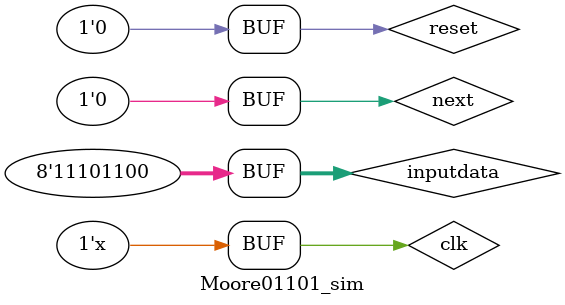
<source format=v>
`timescale 1ns / 1ps


module Moore01101_sim(

    );
    reg clk,reset;
    reg [7:0]inputdata;
    reg next;
    wire outputSignal;
    Moore01101 u(reset,clk,inputdata,next,outputSignal);
    initial begin
    next = 0;
    clk = 0;
    inputdata[7:0] = 8'b11101100;
    reset = 0;
//    #5 rst = 0;
//    #3 start = 0;
    #100 reset = 0;
    #50  reset = 1;
    #50  reset = 0;
    #50  reset = 1;
    #100 next = 1;
    #200 reset = 0;
    #200 next = 0;
   
    end
    always #5 clk = ~clk;
endmodule

</source>
